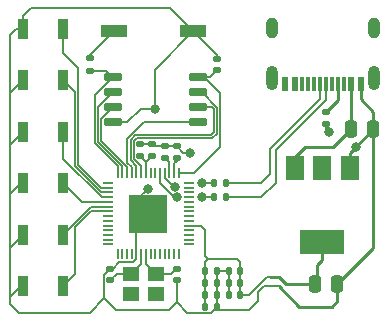
<source format=gbr>
%TF.GenerationSoftware,KiCad,Pcbnew,7.0.6-0*%
%TF.CreationDate,2023-09-19T06:41:03+09:00*%
%TF.ProjectId,scratch-rp2040,73637261-7463-4682-9d72-70323034302e,rev?*%
%TF.SameCoordinates,Original*%
%TF.FileFunction,Copper,L1,Top*%
%TF.FilePolarity,Positive*%
%FSLAX46Y46*%
G04 Gerber Fmt 4.6, Leading zero omitted, Abs format (unit mm)*
G04 Created by KiCad (PCBNEW 7.0.6-0) date 2023-09-19 06:41:03*
%MOMM*%
%LPD*%
G01*
G04 APERTURE LIST*
G04 Aperture macros list*
%AMRoundRect*
0 Rectangle with rounded corners*
0 $1 Rounding radius*
0 $2 $3 $4 $5 $6 $7 $8 $9 X,Y pos of 4 corners*
0 Add a 4 corners polygon primitive as box body*
4,1,4,$2,$3,$4,$5,$6,$7,$8,$9,$2,$3,0*
0 Add four circle primitives for the rounded corners*
1,1,$1+$1,$2,$3*
1,1,$1+$1,$4,$5*
1,1,$1+$1,$6,$7*
1,1,$1+$1,$8,$9*
0 Add four rect primitives between the rounded corners*
20,1,$1+$1,$2,$3,$4,$5,0*
20,1,$1+$1,$4,$5,$6,$7,0*
20,1,$1+$1,$6,$7,$8,$9,0*
20,1,$1+$1,$8,$9,$2,$3,0*%
G04 Aperture macros list end*
%TA.AperFunction,SMDPad,CuDef*%
%ADD10RoundRect,0.140000X0.140000X0.170000X-0.140000X0.170000X-0.140000X-0.170000X0.140000X-0.170000X0*%
%TD*%
%TA.AperFunction,SMDPad,CuDef*%
%ADD11RoundRect,0.140000X-0.170000X0.140000X-0.170000X-0.140000X0.170000X-0.140000X0.170000X0.140000X0*%
%TD*%
%TA.AperFunction,SMDPad,CuDef*%
%ADD12RoundRect,0.140000X0.170000X-0.140000X0.170000X0.140000X-0.170000X0.140000X-0.170000X-0.140000X0*%
%TD*%
%TA.AperFunction,SMDPad,CuDef*%
%ADD13RoundRect,0.250000X-0.250000X-0.475000X0.250000X-0.475000X0.250000X0.475000X-0.250000X0.475000X0*%
%TD*%
%TA.AperFunction,SMDPad,CuDef*%
%ADD14RoundRect,0.135000X-0.185000X0.135000X-0.185000X-0.135000X0.185000X-0.135000X0.185000X0.135000X0*%
%TD*%
%TA.AperFunction,SMDPad,CuDef*%
%ADD15R,1.500000X2.000000*%
%TD*%
%TA.AperFunction,SMDPad,CuDef*%
%ADD16R,3.800000X2.000000*%
%TD*%
%TA.AperFunction,SMDPad,CuDef*%
%ADD17R,0.900000X1.700000*%
%TD*%
%TA.AperFunction,SMDPad,CuDef*%
%ADD18RoundRect,0.150000X-0.650000X-0.150000X0.650000X-0.150000X0.650000X0.150000X-0.650000X0.150000X0*%
%TD*%
%TA.AperFunction,SMDPad,CuDef*%
%ADD19R,2.160000X1.120000*%
%TD*%
%TA.AperFunction,SMDPad,CuDef*%
%ADD20R,0.600000X1.150000*%
%TD*%
%TA.AperFunction,SMDPad,CuDef*%
%ADD21R,0.300000X1.150000*%
%TD*%
%TA.AperFunction,ComponentPad*%
%ADD22O,1.000000X2.100000*%
%TD*%
%TA.AperFunction,ComponentPad*%
%ADD23O,1.000000X1.800000*%
%TD*%
%TA.AperFunction,SMDPad,CuDef*%
%ADD24RoundRect,0.140000X-0.140000X-0.170000X0.140000X-0.170000X0.140000X0.170000X-0.140000X0.170000X0*%
%TD*%
%TA.AperFunction,SMDPad,CuDef*%
%ADD25R,1.400000X1.200000*%
%TD*%
%TA.AperFunction,SMDPad,CuDef*%
%ADD26RoundRect,0.135000X-0.135000X-0.185000X0.135000X-0.185000X0.135000X0.185000X-0.135000X0.185000X0*%
%TD*%
%TA.AperFunction,SMDPad,CuDef*%
%ADD27RoundRect,0.050000X-0.387500X-0.050000X0.387500X-0.050000X0.387500X0.050000X-0.387500X0.050000X0*%
%TD*%
%TA.AperFunction,SMDPad,CuDef*%
%ADD28RoundRect,0.050000X-0.050000X-0.387500X0.050000X-0.387500X0.050000X0.387500X-0.050000X0.387500X0*%
%TD*%
%TA.AperFunction,SMDPad,CuDef*%
%ADD29R,3.200000X3.200000*%
%TD*%
%TA.AperFunction,ViaPad*%
%ADD30C,0.800000*%
%TD*%
%TA.AperFunction,Conductor*%
%ADD31C,0.130000*%
%TD*%
%TA.AperFunction,Conductor*%
%ADD32C,0.250000*%
%TD*%
%TA.AperFunction,Conductor*%
%ADD33C,0.200000*%
%TD*%
G04 APERTURE END LIST*
D10*
%TO.P,C8,1*%
%TO.N,+3.3V*%
X114000000Y-73500000D03*
%TO.P,C8,2*%
%TO.N,GND*%
X113040000Y-73500000D03*
%TD*%
D11*
%TO.P,C12,1*%
%TO.N,GND*%
X103000000Y-71320000D03*
%TO.P,C12,2*%
%TO.N,Net-(U1-XIN)*%
X103000000Y-72280000D03*
%TD*%
D12*
%TO.P,C10,1*%
%TO.N,+3.3V*%
X108600000Y-61880000D03*
%TO.P,C10,2*%
%TO.N,GND*%
X108600000Y-60920000D03*
%TD*%
D10*
%TO.P,C6,1*%
%TO.N,+3.3V*%
X114000000Y-71500000D03*
%TO.P,C6,2*%
%TO.N,GND*%
X113040000Y-71500000D03*
%TD*%
D13*
%TO.P,C14,1*%
%TO.N,+3.3V*%
X120300000Y-72600000D03*
%TO.P,C14,2*%
%TO.N,GND*%
X122200000Y-72600000D03*
%TD*%
D14*
%TO.P,R3,1*%
%TO.N,Net-(P1-CC)*%
X121250000Y-57990000D03*
%TO.P,R3,2*%
%TO.N,GND*%
X121250000Y-59010000D03*
%TD*%
D15*
%TO.P,U2,1,GND*%
%TO.N,GND*%
X123250000Y-62750000D03*
%TO.P,U2,2,VO*%
%TO.N,+3.3V*%
X120950000Y-62750000D03*
D16*
X120950000Y-69050000D03*
D15*
%TO.P,U2,3,VI*%
%TO.N,VBUS*%
X118650000Y-62750000D03*
%TD*%
D17*
%TO.P,SW6,1,A*%
%TO.N,GND*%
X95600000Y-68400000D03*
%TO.P,SW6,2,B*%
%TO.N,Net-(SW6-B)*%
X99000000Y-68400000D03*
%TD*%
D18*
%TO.P,U3,1,~{CS}*%
%TO.N,Net-(U1-QSPI_SS)*%
X103200000Y-55095000D03*
%TO.P,U3,2,DO(IO1)*%
%TO.N,Net-(U1-QSPI_SD1)*%
X103200000Y-56365000D03*
%TO.P,U3,3,IO2*%
%TO.N,Net-(U1-QSPI_SD2)*%
X103200000Y-57635000D03*
%TO.P,U3,4,GND*%
%TO.N,GND*%
X103200000Y-58905000D03*
%TO.P,U3,5,DI(IO0)*%
%TO.N,Net-(U1-QSPI_SD0)*%
X110400000Y-58905000D03*
%TO.P,U3,6,CLK*%
%TO.N,Net-(U1-QSPI_SCLK)*%
X110400000Y-57635000D03*
%TO.P,U3,7,IO3*%
%TO.N,Net-(U1-QSPI_SD3)*%
X110400000Y-56365000D03*
%TO.P,U3,8,VCC*%
%TO.N,+3.3V*%
X110400000Y-55095000D03*
%TD*%
D19*
%TO.P,SW1,1,A*%
%TO.N,GND*%
X110000000Y-51200000D03*
%TO.P,SW1,2,B*%
%TO.N,Net-(SW1-B)*%
X103270000Y-51200000D03*
%TD*%
D20*
%TO.P,P1,A1,GND*%
%TO.N,GND*%
X124200000Y-55680000D03*
%TO.P,P1,A4,VBUS*%
%TO.N,VBUS*%
X123400000Y-55680000D03*
D21*
%TO.P,P1,A5,CC*%
%TO.N,Net-(P1-CC)*%
X122250000Y-55680000D03*
%TO.P,P1,A6,D+*%
%TO.N,USB_D+*%
X121250000Y-55680000D03*
%TO.P,P1,A7,D-*%
%TO.N,USB_D-*%
X120750000Y-55680000D03*
%TO.P,P1,A8*%
%TO.N,N/C*%
X119750000Y-55680000D03*
D20*
%TO.P,P1,A9,VBUS*%
%TO.N,VBUS*%
X118600000Y-55680000D03*
%TO.P,P1,A12,GND*%
%TO.N,GND*%
X117800000Y-55680000D03*
%TO.P,P1,B1,GND*%
X117800000Y-55680000D03*
%TO.P,P1,B4,VBUS*%
%TO.N,VBUS*%
X118600000Y-55680000D03*
D21*
%TO.P,P1,B5,VCONN*%
%TO.N,unconnected-(P1-VCONN-PadB5)*%
X119250000Y-55680000D03*
%TO.P,P1,B6*%
%TO.N,N/C*%
X120250000Y-55680000D03*
%TO.P,P1,B7*%
X121750000Y-55680000D03*
%TO.P,P1,B8*%
X122750000Y-55680000D03*
D20*
%TO.P,P1,B9,VBUS*%
%TO.N,VBUS*%
X123400000Y-55680000D03*
%TO.P,P1,B12,GND*%
%TO.N,GND*%
X124200000Y-55680000D03*
D22*
%TO.P,P1,S1,SHIELD*%
X125320000Y-55105000D03*
D23*
X125320000Y-50925000D03*
D22*
X116680000Y-55105000D03*
D23*
X116680000Y-50925000D03*
%TD*%
D24*
%TO.P,C5,1*%
%TO.N,+3.3V*%
X111040000Y-74500000D03*
%TO.P,C5,2*%
%TO.N,GND*%
X112000000Y-74500000D03*
%TD*%
D14*
%TO.P,R4,1*%
%TO.N,Net-(SW1-B)*%
X101250000Y-53490000D03*
%TO.P,R4,2*%
%TO.N,Net-(U1-QSPI_SS)*%
X101250000Y-54510000D03*
%TD*%
D24*
%TO.P,C4,1*%
%TO.N,+3.3V*%
X111040000Y-73500000D03*
%TO.P,C4,2*%
%TO.N,GND*%
X112000000Y-73500000D03*
%TD*%
D12*
%TO.P,C11,1*%
%TO.N,+1V1*%
X107600000Y-61880000D03*
%TO.P,C11,2*%
%TO.N,GND*%
X107600000Y-60920000D03*
%TD*%
D10*
%TO.P,C7,1*%
%TO.N,+3.3V*%
X114000000Y-72500000D03*
%TO.P,C7,2*%
%TO.N,GND*%
X113040000Y-72500000D03*
%TD*%
D17*
%TO.P,SW2,1,A*%
%TO.N,GND*%
X95600000Y-51000000D03*
%TO.P,SW2,2,B*%
%TO.N,Net-(SW2-B)*%
X99000000Y-51000000D03*
%TD*%
D25*
%TO.P,Y1,1,1*%
%TO.N,Net-(U1-XOUT)*%
X106900000Y-71750000D03*
%TO.P,Y1,2,2*%
%TO.N,Net-(U1-XIN)*%
X104700000Y-71750000D03*
%TO.P,Y1,3*%
%TO.N,N/C*%
X104700000Y-73450000D03*
%TO.P,Y1,4*%
X106900000Y-73450000D03*
%TD*%
D13*
%TO.P,C15,1*%
%TO.N,VBUS*%
X123350000Y-59500000D03*
%TO.P,C15,2*%
%TO.N,GND*%
X125250000Y-59500000D03*
%TD*%
D12*
%TO.P,C2,1*%
%TO.N,+1V1*%
X106500000Y-61730000D03*
%TO.P,C2,2*%
%TO.N,GND*%
X106500000Y-60770000D03*
%TD*%
%TO.P,C16,1*%
%TO.N,+3.3V*%
X112000000Y-54500000D03*
%TO.P,C16,2*%
%TO.N,GND*%
X112000000Y-53540000D03*
%TD*%
D17*
%TO.P,SW3,1,A*%
%TO.N,GND*%
X95600000Y-55350000D03*
%TO.P,SW3,2,B*%
%TO.N,Net-(SW3-B)*%
X99000000Y-55350000D03*
%TD*%
D24*
%TO.P,C9,1*%
%TO.N,+3.3V*%
X111040000Y-71500000D03*
%TO.P,C9,2*%
%TO.N,GND*%
X112000000Y-71500000D03*
%TD*%
D26*
%TO.P,R2,1*%
%TO.N,Net-(U1-USB_DM)*%
X111730000Y-64000000D03*
%TO.P,R2,2*%
%TO.N,USB_D-*%
X112750000Y-64000000D03*
%TD*%
D17*
%TO.P,SW5,1,A*%
%TO.N,GND*%
X95600000Y-64050000D03*
%TO.P,SW5,2,B*%
%TO.N,Net-(SW5-B)*%
X99000000Y-64050000D03*
%TD*%
D26*
%TO.P,R1,1*%
%TO.N,Net-(U1-USB_DP)*%
X111730000Y-65250000D03*
%TO.P,R1,2*%
%TO.N,USB_D+*%
X112750000Y-65250000D03*
%TD*%
D17*
%TO.P,SW7,1,A*%
%TO.N,GND*%
X95600000Y-72750000D03*
%TO.P,SW7,2,B*%
%TO.N,Net-(SW7-B)*%
X99000000Y-72750000D03*
%TD*%
D24*
%TO.P,C3,1*%
%TO.N,+3.3V*%
X111040000Y-72500000D03*
%TO.P,C3,2*%
%TO.N,GND*%
X112000000Y-72500000D03*
%TD*%
D12*
%TO.P,C1,1*%
%TO.N,+1V1*%
X105500000Y-61730000D03*
%TO.P,C1,2*%
%TO.N,GND*%
X105500000Y-60770000D03*
%TD*%
D27*
%TO.P,U1,1,IOVDD*%
%TO.N,+3.3V*%
X102762500Y-64037500D03*
%TO.P,U1,2,GPIO0*%
%TO.N,Net-(SW2-B)*%
X102762500Y-64437500D03*
%TO.P,U1,3,GPIO1*%
%TO.N,Net-(SW3-B)*%
X102762500Y-64837500D03*
%TO.P,U1,4,GPIO2*%
%TO.N,Net-(SW4-B)*%
X102762500Y-65237500D03*
%TO.P,U1,5,GPIO3*%
%TO.N,Net-(SW5-B)*%
X102762500Y-65637500D03*
%TO.P,U1,6,GPIO4*%
%TO.N,Net-(SW6-B)*%
X102762500Y-66037500D03*
%TO.P,U1,7,GPIO5*%
%TO.N,Net-(SW7-B)*%
X102762500Y-66437500D03*
%TO.P,U1,8,GPIO6*%
%TO.N,unconnected-(U1-GPIO6-Pad8)*%
X102762500Y-66837500D03*
%TO.P,U1,9,GPIO7*%
%TO.N,unconnected-(U1-GPIO7-Pad9)*%
X102762500Y-67237500D03*
%TO.P,U1,10,IOVDD*%
%TO.N,+3.3V*%
X102762500Y-67637500D03*
%TO.P,U1,11,GPIO8*%
%TO.N,unconnected-(U1-GPIO8-Pad11)*%
X102762500Y-68037500D03*
%TO.P,U1,12,GPIO9*%
%TO.N,unconnected-(U1-GPIO9-Pad12)*%
X102762500Y-68437500D03*
%TO.P,U1,13,GPIO10*%
%TO.N,unconnected-(U1-GPIO10-Pad13)*%
X102762500Y-68837500D03*
%TO.P,U1,14,GPIO11*%
%TO.N,unconnected-(U1-GPIO11-Pad14)*%
X102762500Y-69237500D03*
D28*
%TO.P,U1,15,GPIO12*%
%TO.N,unconnected-(U1-GPIO12-Pad15)*%
X103600000Y-70075000D03*
%TO.P,U1,16,GPIO13*%
%TO.N,unconnected-(U1-GPIO13-Pad16)*%
X104000000Y-70075000D03*
%TO.P,U1,17,GPIO14*%
%TO.N,unconnected-(U1-GPIO14-Pad17)*%
X104400000Y-70075000D03*
%TO.P,U1,18,GPIO15*%
%TO.N,unconnected-(U1-GPIO15-Pad18)*%
X104800000Y-70075000D03*
%TO.P,U1,19,TESTEN*%
%TO.N,GND*%
X105200000Y-70075000D03*
%TO.P,U1,20,XIN*%
%TO.N,Net-(U1-XIN)*%
X105600000Y-70075000D03*
%TO.P,U1,21,XOUT*%
%TO.N,Net-(U1-XOUT)*%
X106000000Y-70075000D03*
%TO.P,U1,22,IOVDD*%
%TO.N,+3.3V*%
X106400000Y-70075000D03*
%TO.P,U1,23,DVDD*%
%TO.N,+1V1*%
X106800000Y-70075000D03*
%TO.P,U1,24,SWCLK*%
%TO.N,unconnected-(U1-SWCLK-Pad24)*%
X107200000Y-70075000D03*
%TO.P,U1,25,SWD*%
%TO.N,unconnected-(U1-SWD-Pad25)*%
X107600000Y-70075000D03*
%TO.P,U1,26,RUN*%
%TO.N,unconnected-(U1-RUN-Pad26)*%
X108000000Y-70075000D03*
%TO.P,U1,27,GPIO16*%
%TO.N,unconnected-(U1-GPIO16-Pad27)*%
X108400000Y-70075000D03*
%TO.P,U1,28,GPIO17*%
%TO.N,unconnected-(U1-GPIO17-Pad28)*%
X108800000Y-70075000D03*
D27*
%TO.P,U1,29,GPIO18*%
%TO.N,unconnected-(U1-GPIO18-Pad29)*%
X109637500Y-69237500D03*
%TO.P,U1,30,GPIO19*%
%TO.N,unconnected-(U1-GPIO19-Pad30)*%
X109637500Y-68837500D03*
%TO.P,U1,31,GPIO20*%
%TO.N,unconnected-(U1-GPIO20-Pad31)*%
X109637500Y-68437500D03*
%TO.P,U1,32,GPIO21*%
%TO.N,unconnected-(U1-GPIO21-Pad32)*%
X109637500Y-68037500D03*
%TO.P,U1,33,IOVDD*%
%TO.N,+3.3V*%
X109637500Y-67637500D03*
%TO.P,U1,34,GPIO22*%
%TO.N,unconnected-(U1-GPIO22-Pad34)*%
X109637500Y-67237500D03*
%TO.P,U1,35,GPIO23*%
%TO.N,unconnected-(U1-GPIO23-Pad35)*%
X109637500Y-66837500D03*
%TO.P,U1,36,GPIO24*%
%TO.N,unconnected-(U1-GPIO24-Pad36)*%
X109637500Y-66437500D03*
%TO.P,U1,37,GPIO25*%
%TO.N,unconnected-(U1-GPIO25-Pad37)*%
X109637500Y-66037500D03*
%TO.P,U1,38,GPIO26_ADC0*%
%TO.N,unconnected-(U1-GPIO26_ADC0-Pad38)*%
X109637500Y-65637500D03*
%TO.P,U1,39,GPIO27_ADC1*%
%TO.N,unconnected-(U1-GPIO27_ADC1-Pad39)*%
X109637500Y-65237500D03*
%TO.P,U1,40,GPIO28_ADC2*%
%TO.N,unconnected-(U1-GPIO28_ADC2-Pad40)*%
X109637500Y-64837500D03*
%TO.P,U1,41,GPIO29_ADC3*%
%TO.N,unconnected-(U1-GPIO29_ADC3-Pad41)*%
X109637500Y-64437500D03*
%TO.P,U1,42,IOVDD*%
%TO.N,+3.3V*%
X109637500Y-64037500D03*
D28*
%TO.P,U1,43,ADC_AVDD*%
X108800000Y-63200000D03*
%TO.P,U1,44,VREG_IN*%
X108400000Y-63200000D03*
%TO.P,U1,45,VREG_VOUT*%
%TO.N,+1V1*%
X108000000Y-63200000D03*
%TO.P,U1,46,USB_DM*%
%TO.N,Net-(U1-USB_DM)*%
X107600000Y-63200000D03*
%TO.P,U1,47,USB_DP*%
%TO.N,Net-(U1-USB_DP)*%
X107200000Y-63200000D03*
%TO.P,U1,48,USB_VDD*%
%TO.N,+3.3V*%
X106800000Y-63200000D03*
%TO.P,U1,49,IOVDD*%
X106400000Y-63200000D03*
%TO.P,U1,50,DVDD*%
%TO.N,+1V1*%
X106000000Y-63200000D03*
%TO.P,U1,51,QSPI_SD3*%
%TO.N,Net-(U1-QSPI_SD3)*%
X105600000Y-63200000D03*
%TO.P,U1,52,QSPI_SCLK*%
%TO.N,Net-(U1-QSPI_SCLK)*%
X105200000Y-63200000D03*
%TO.P,U1,53,QSPI_SD0*%
%TO.N,Net-(U1-QSPI_SD0)*%
X104800000Y-63200000D03*
%TO.P,U1,54,QSPI_SD2*%
%TO.N,Net-(U1-QSPI_SD2)*%
X104400000Y-63200000D03*
%TO.P,U1,55,QSPI_SD1*%
%TO.N,Net-(U1-QSPI_SD1)*%
X104000000Y-63200000D03*
%TO.P,U1,56,QSPI_SS*%
%TO.N,Net-(U1-QSPI_SS)*%
X103600000Y-63200000D03*
D29*
%TO.P,U1,57,GND*%
%TO.N,GND*%
X106200000Y-66637500D03*
%TD*%
D12*
%TO.P,C13,1*%
%TO.N,GND*%
X108600000Y-72280000D03*
%TO.P,C13,2*%
%TO.N,Net-(U1-XOUT)*%
X108600000Y-71320000D03*
%TD*%
D17*
%TO.P,SW4,1,A*%
%TO.N,GND*%
X95600000Y-59700000D03*
%TO.P,SW4,2,B*%
%TO.N,Net-(SW4-B)*%
X99000000Y-59700000D03*
%TD*%
D30*
%TO.N,GND*%
X123750000Y-61000000D03*
X109750000Y-61500000D03*
X106750000Y-57750000D03*
X123750000Y-61000000D03*
X106200000Y-64500000D03*
X121500000Y-59750000D03*
%TO.N,Net-(U1-USB_DP)*%
X110750000Y-65250000D03*
X108670500Y-65250000D03*
%TO.N,Net-(U1-USB_DM)*%
X110750000Y-64000000D03*
X108464450Y-64343624D03*
%TD*%
D31*
%TO.N,+1V1*%
X107630000Y-61880000D02*
X108000000Y-62250000D01*
X108000000Y-62250000D02*
X108000000Y-63200000D01*
X106500000Y-61750000D02*
X106000000Y-62250000D01*
X106500000Y-61730000D02*
X106500000Y-61750000D01*
X105500000Y-61750000D02*
X106000000Y-62250000D01*
X106000000Y-62250000D02*
X106000000Y-63200000D01*
X105500000Y-61730000D02*
X105500000Y-61750000D01*
X107600000Y-61880000D02*
X107630000Y-61880000D01*
%TO.N,GND*%
X106750000Y-57750000D02*
X105560000Y-57750000D01*
X111495000Y-75005000D02*
X109455000Y-75005000D01*
X112000000Y-71500000D02*
X113040000Y-71500000D01*
X104405000Y-58905000D02*
X103200000Y-58905000D01*
D32*
X124200000Y-56950000D02*
X125250000Y-58000000D01*
D31*
X94500000Y-74250000D02*
X95250000Y-75000000D01*
X112000000Y-74500000D02*
X112000000Y-73500000D01*
X103500000Y-74750000D02*
X102495000Y-73745000D01*
X103180000Y-71320000D02*
X103750000Y-70750000D01*
X105200000Y-70458982D02*
X105200000Y-70075000D01*
D32*
X125250000Y-58000000D02*
X125250000Y-59500000D01*
D31*
X105500000Y-60770000D02*
X106500000Y-60770000D01*
X95600000Y-64050000D02*
X95450000Y-64050000D01*
X106200000Y-64500000D02*
X105200000Y-65500000D01*
X94500000Y-65250000D02*
X94500000Y-69500000D01*
X94500000Y-51500000D02*
X94500000Y-56500000D01*
X113040000Y-73500000D02*
X113040000Y-72500000D01*
X94500000Y-60750000D02*
X94500000Y-65000000D01*
X116000000Y-72750000D02*
X115500000Y-73250000D01*
X94500000Y-73750000D02*
X94500000Y-74250000D01*
D32*
X122200000Y-72600000D02*
X125250000Y-69550000D01*
X121250000Y-59500000D02*
X121500000Y-59750000D01*
D31*
X95600000Y-68400000D02*
X94500000Y-69500000D01*
D32*
X119000000Y-74500000D02*
X117250000Y-72750000D01*
D31*
X95425000Y-72750000D02*
X94500000Y-73675000D01*
X108600000Y-74150000D02*
X108000000Y-74750000D01*
X112000000Y-72500000D02*
X112000000Y-71500000D01*
X117250000Y-72750000D02*
X116000000Y-72750000D01*
X115500000Y-73250000D02*
X115500000Y-74000000D01*
D32*
X124200000Y-55680000D02*
X124200000Y-56950000D01*
D31*
X95600000Y-49900000D02*
X95600000Y-51000000D01*
X108000000Y-74750000D02*
X103500000Y-74750000D01*
X107450000Y-60770000D02*
X107600000Y-60920000D01*
X95450000Y-64050000D02*
X94500000Y-65000000D01*
X113040000Y-72500000D02*
X113040000Y-71500000D01*
X107600000Y-60920000D02*
X106650000Y-60920000D01*
X102495000Y-71825000D02*
X103000000Y-71320000D01*
D32*
X121750000Y-74500000D02*
X119000000Y-74500000D01*
D31*
X95600000Y-59700000D02*
X94550000Y-60750000D01*
X94500000Y-56500000D02*
X94500000Y-60750000D01*
X112000000Y-74500000D02*
X111495000Y-75005000D01*
X95000000Y-51000000D02*
X94500000Y-51500000D01*
X96250000Y-49250000D02*
X95600000Y-49900000D01*
X106750000Y-57750000D02*
X106750000Y-54450000D01*
X103000000Y-71320000D02*
X103180000Y-71320000D01*
X109750000Y-61500000D02*
X109180000Y-61500000D01*
X112250000Y-74750000D02*
X112000000Y-74500000D01*
X94550000Y-60750000D02*
X94500000Y-60750000D01*
X103750000Y-70750000D02*
X104908982Y-70750000D01*
D32*
X122200000Y-72600000D02*
X122200000Y-74050000D01*
D31*
X104908982Y-70750000D02*
X105200000Y-70458982D01*
X112000000Y-73500000D02*
X112000000Y-72500000D01*
X95600000Y-55350000D02*
X94500000Y-56450000D01*
D32*
X123250000Y-61500000D02*
X123250000Y-62750000D01*
D31*
X109455000Y-75005000D02*
X108600000Y-74150000D01*
X109180000Y-61500000D02*
X108600000Y-60920000D01*
D32*
X125250000Y-59500000D02*
X123750000Y-61000000D01*
D31*
X94500000Y-56450000D02*
X94500000Y-56500000D01*
X101240000Y-75000000D02*
X102495000Y-73745000D01*
X95600000Y-51000000D02*
X95000000Y-51000000D01*
X95600000Y-72750000D02*
X95425000Y-72750000D01*
D32*
X121250000Y-59010000D02*
X121250000Y-59500000D01*
D31*
X108600000Y-60920000D02*
X107600000Y-60920000D01*
X108050000Y-49250000D02*
X96250000Y-49250000D01*
X115500000Y-74000000D02*
X114750000Y-74750000D01*
X110000000Y-51200000D02*
X108050000Y-49250000D01*
X105200000Y-65500000D02*
X105200000Y-70075000D01*
X94500000Y-69500000D02*
X94500000Y-73750000D01*
D32*
X122200000Y-74050000D02*
X121750000Y-74500000D01*
D31*
X114750000Y-74750000D02*
X112250000Y-74750000D01*
X105560000Y-57750000D02*
X104405000Y-58905000D01*
D32*
X125250000Y-69550000D02*
X125250000Y-59500000D01*
D31*
X94500000Y-65000000D02*
X94500000Y-65250000D01*
X106750000Y-54450000D02*
X110000000Y-51200000D01*
X94500000Y-73675000D02*
X94500000Y-73750000D01*
X95250000Y-75000000D02*
X101240000Y-75000000D01*
X112000000Y-53200000D02*
X110000000Y-51200000D01*
X112000000Y-53540000D02*
X112000000Y-53200000D01*
X102495000Y-73745000D02*
X102495000Y-71825000D01*
D32*
X123750000Y-61000000D02*
X123250000Y-61500000D01*
D31*
X108600000Y-72280000D02*
X108600000Y-74150000D01*
X106650000Y-60920000D02*
X106500000Y-60770000D01*
D32*
%TO.N,+3.3V*%
X120500000Y-72400000D02*
X120300000Y-72600000D01*
X120950000Y-69050000D02*
X120950000Y-70550000D01*
D31*
X111250000Y-70500000D02*
X111000000Y-70250000D01*
X111040000Y-70790000D02*
X111040000Y-71500000D01*
X111000000Y-70750000D02*
X111040000Y-70790000D01*
X108600000Y-61880000D02*
X108600000Y-62150000D01*
X113750000Y-70500000D02*
X111250000Y-70500000D01*
X111250000Y-70500000D02*
X111000000Y-70750000D01*
X114000000Y-70750000D02*
X113750000Y-70500000D01*
X111040000Y-74500000D02*
X111040000Y-73500000D01*
X111040000Y-72500000D02*
X111040000Y-71500000D01*
D32*
X120500000Y-71000000D02*
X120500000Y-72400000D01*
X120950000Y-70550000D02*
X120500000Y-71000000D01*
X117250000Y-72000000D02*
X116500000Y-72000000D01*
D31*
X108600000Y-62150000D02*
X108400000Y-62350000D01*
X110050000Y-63200000D02*
X112270000Y-60980000D01*
X110637500Y-67637500D02*
X109637500Y-67637500D01*
X114000000Y-71500000D02*
X114000000Y-70750000D01*
X116500000Y-72000000D02*
X116250000Y-72000000D01*
X111405000Y-55095000D02*
X112000000Y-54500000D01*
X108800000Y-63200000D02*
X110050000Y-63200000D01*
X116250000Y-72000000D02*
X114750000Y-73500000D01*
X112270000Y-56402304D02*
X110962696Y-55095000D01*
X110962696Y-55095000D02*
X110400000Y-55095000D01*
D32*
X117850000Y-72600000D02*
X117250000Y-72000000D01*
D31*
X114000000Y-72500000D02*
X114000000Y-71500000D01*
D32*
X120300000Y-72600000D02*
X117850000Y-72600000D01*
D31*
X110400000Y-55095000D02*
X111405000Y-55095000D01*
X111000000Y-70250000D02*
X111000000Y-68000000D01*
X108400000Y-62350000D02*
X108400000Y-63200000D01*
X111000000Y-68000000D02*
X110637500Y-67637500D01*
X112270000Y-60980000D02*
X112270000Y-56402304D01*
X114750000Y-73500000D02*
X114000000Y-73500000D01*
X111040000Y-73500000D02*
X111040000Y-72500000D01*
X114000000Y-73500000D02*
X114000000Y-72500000D01*
%TO.N,Net-(U1-XIN)*%
X105600000Y-70850000D02*
X104700000Y-71750000D01*
X103530000Y-71750000D02*
X104700000Y-71750000D01*
X105600000Y-70075000D02*
X105600000Y-70850000D01*
X103000000Y-72280000D02*
X103530000Y-71750000D01*
%TO.N,Net-(U1-XOUT)*%
X108170000Y-71750000D02*
X108600000Y-71320000D01*
X106900000Y-71750000D02*
X108170000Y-71750000D01*
X106000000Y-70075000D02*
X106000000Y-70850000D01*
X106000000Y-70850000D02*
X106900000Y-71750000D01*
D32*
%TO.N,VBUS*%
X119500000Y-61000000D02*
X118650000Y-61850000D01*
X123400000Y-55680000D02*
X123400000Y-59450000D01*
X123350000Y-59500000D02*
X121850000Y-61000000D01*
X121850000Y-61000000D02*
X119500000Y-61000000D01*
X123400000Y-59450000D02*
X123350000Y-59500000D01*
X118650000Y-61850000D02*
X118650000Y-62750000D01*
%TO.N,Net-(P1-CC)*%
X122250000Y-55680000D02*
X122250000Y-57000000D01*
X122250000Y-57000000D02*
X121250000Y-58000000D01*
D31*
%TO.N,Net-(U1-USB_DP)*%
X111730000Y-65250000D02*
X110750000Y-65250000D01*
X108402500Y-65250000D02*
X107200000Y-64047500D01*
X108670500Y-65250000D02*
X108402500Y-65250000D01*
X107200000Y-64047500D02*
X107200000Y-63200000D01*
D33*
%TO.N,USB_D+*%
X121250000Y-55680000D02*
X121250000Y-57000000D01*
X117000000Y-64000000D02*
X115750000Y-65250000D01*
X115750000Y-65250000D02*
X112750000Y-65250000D01*
X121250000Y-57000000D02*
X117000000Y-61250000D01*
X117000000Y-61250000D02*
X117000000Y-64000000D01*
D31*
%TO.N,Net-(U1-USB_DM)*%
X107600000Y-63583982D02*
X107600000Y-63200000D01*
X108359642Y-64343624D02*
X107600000Y-63583982D01*
X111730000Y-64000000D02*
X110750000Y-64000000D01*
X108464450Y-64343624D02*
X108359642Y-64343624D01*
D33*
%TO.N,USB_D-*%
X120750000Y-55680000D02*
X120750000Y-56934314D01*
X115750000Y-64000000D02*
X116500000Y-63250000D01*
X120750000Y-56934314D02*
X116500000Y-61184314D01*
X112750000Y-64000000D02*
X115750000Y-64000000D01*
X116500000Y-63250000D02*
X116500000Y-61184314D01*
D31*
%TO.N,Net-(SW1-B)*%
X101250000Y-53490000D02*
X101250000Y-53220000D01*
X101250000Y-53220000D02*
X103270000Y-51200000D01*
%TO.N,Net-(U1-QSPI_SS)*%
X101250000Y-54510000D02*
X102615000Y-54510000D01*
X101685000Y-60685000D02*
X103600000Y-62600000D01*
X103600000Y-62600000D02*
X103600000Y-63200000D01*
X101685000Y-56592096D02*
X101685000Y-60685000D01*
X102615000Y-54510000D02*
X103200000Y-55095000D01*
X103182096Y-55095000D02*
X101685000Y-56592096D01*
X103200000Y-55095000D02*
X103182096Y-55095000D01*
%TO.N,Net-(SW2-B)*%
X102187500Y-64437500D02*
X102762500Y-64437500D01*
X99000000Y-51000000D02*
X99000000Y-53046690D01*
X100260000Y-62510000D02*
X102187500Y-64437500D01*
X100260000Y-54306690D02*
X100260000Y-62510000D01*
X99000000Y-53046690D02*
X100260000Y-54306690D01*
%TO.N,Net-(SW3-B)*%
X100000000Y-62617696D02*
X102219804Y-64837500D01*
X99000000Y-55350000D02*
X100000000Y-56350000D01*
X100000000Y-56350000D02*
X100000000Y-62617696D01*
X102219804Y-64837500D02*
X102762500Y-64837500D01*
%TO.N,Net-(SW4-B)*%
X99000000Y-61985392D02*
X102252108Y-65237500D01*
X102252108Y-65237500D02*
X102762500Y-65237500D01*
X99000000Y-59700000D02*
X99000000Y-61985392D01*
%TO.N,Net-(SW5-B)*%
X99000000Y-64050000D02*
X100587500Y-65637500D01*
X100587500Y-65637500D02*
X102762500Y-65637500D01*
%TO.N,Net-(SW6-B)*%
X99000000Y-68400000D02*
X101362500Y-66037500D01*
X101362500Y-66037500D02*
X102762500Y-66037500D01*
%TO.N,Net-(SW7-B)*%
X99000000Y-72750000D02*
X100000000Y-71750000D01*
X100000000Y-67767696D02*
X101330196Y-66437500D01*
X100000000Y-71750000D02*
X100000000Y-67767696D01*
X101330196Y-66437500D02*
X102762500Y-66437500D01*
%TO.N,Net-(U1-QSPI_SD3)*%
X111607696Y-60260000D02*
X105226238Y-60260000D01*
X110400000Y-56365000D02*
X110732696Y-56365000D01*
X105600000Y-62613762D02*
X105600000Y-63200000D01*
X112010000Y-59857696D02*
X111607696Y-60260000D01*
X112010000Y-57642304D02*
X112010000Y-59857696D01*
X104995000Y-60491238D02*
X104995000Y-62008762D01*
X110732696Y-56365000D02*
X112010000Y-57642304D01*
X104995000Y-62008762D02*
X105600000Y-62613762D01*
X105226238Y-60260000D02*
X104995000Y-60491238D01*
%TO.N,Net-(U1-QSPI_SCLK)*%
X111750000Y-57750000D02*
X111635000Y-57635000D01*
X111635000Y-57635000D02*
X110400000Y-57635000D01*
X104735000Y-60383542D02*
X105118542Y-60000000D01*
X104735000Y-62116458D02*
X104735000Y-60383542D01*
X105118542Y-60000000D02*
X111500000Y-60000000D01*
X105200000Y-62581458D02*
X104735000Y-62116458D01*
X105200000Y-63200000D02*
X105200000Y-62581458D01*
X111750000Y-59750000D02*
X111750000Y-57750000D01*
X111500000Y-60000000D02*
X111750000Y-59750000D01*
%TO.N,Net-(U1-QSPI_SD0)*%
X104433848Y-62316152D02*
X104800000Y-62682304D01*
X104800000Y-62682304D02*
X104800000Y-63200000D01*
X110400000Y-58905000D02*
X105845846Y-58905000D01*
X105845846Y-58905000D02*
X104433848Y-60316998D01*
X104433848Y-60316998D02*
X104433848Y-62316152D01*
%TO.N,Net-(U1-QSPI_SD2)*%
X102205000Y-60455000D02*
X104400000Y-62650000D01*
X102205000Y-58612096D02*
X102205000Y-60455000D01*
X104400000Y-62650000D02*
X104400000Y-63200000D01*
X103182096Y-57635000D02*
X102205000Y-58612096D01*
X103200000Y-57635000D02*
X103182096Y-57635000D01*
%TO.N,Net-(U1-QSPI_SD1)*%
X103200000Y-56365000D02*
X103182096Y-56365000D01*
X101945000Y-60562696D02*
X104000000Y-62617696D01*
X103182096Y-56365000D02*
X101945000Y-57602096D01*
X101945000Y-57602096D02*
X101945000Y-60562696D01*
X104000000Y-62617696D02*
X104000000Y-63200000D01*
%TD*%
M02*

</source>
